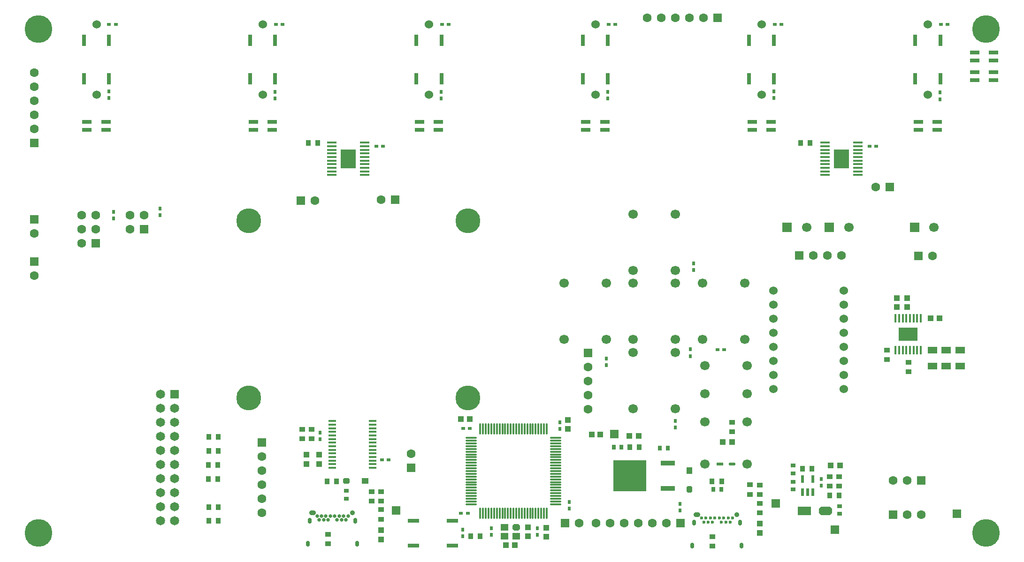
<source format=gbr>
%TF.GenerationSoftware,Altium Limited,Altium NEXUS,2.1.9 (83)*%
G04 Layer_Color=255*
%FSLAX44Y44*%
%MOMM*%
%TF.FileFunction,Pads,Top*%
%TF.Part,Single*%
G01*
G75*
%TA.AperFunction,SMDPad,CuDef*%
%ADD10R,1.8000X0.7500*%
%ADD11R,0.8000X2.0000*%
%ADD12R,0.9000X1.0000*%
%ADD13O,0.3000X2.1000*%
%ADD14O,2.1000X0.3000*%
%ADD15R,1.0000X1.0000*%
%ADD16R,2.0000X0.8000*%
%ADD17R,0.6000X0.8000*%
G04:AMPARAMS|DCode=18|XSize=1.4mm|YSize=1.15mm|CornerRadius=0mm|HoleSize=0mm|Usage=FLASHONLY|Rotation=0.000|XOffset=0mm|YOffset=0mm|HoleType=Round|Shape=Octagon|*
%AMOCTAGOND18*
4,1,8,0.7000,-0.2875,0.7000,0.2875,0.4125,0.5750,-0.4125,0.5750,-0.7000,0.2875,-0.7000,-0.2875,-0.4125,-0.5750,0.4125,-0.5750,0.7000,-0.2875,0.0*
%
%ADD18OCTAGOND18*%

%ADD19R,1.4000X1.1500*%
%ADD20R,1.0000X1.0000*%
%ADD21R,0.8000X0.6000*%
%ADD22R,1.3970X0.3480*%
%ADD23R,1.0000X1.1000*%
%ADD24R,1.0000X0.9000*%
%ADD25R,1.2500X0.5300*%
G04:AMPARAMS|DCode=26|XSize=0.53mm|YSize=1.25mm|CornerRadius=0mm|HoleSize=0mm|Usage=FLASHONLY|Rotation=270.000|XOffset=0mm|YOffset=0mm|HoleType=Round|Shape=Octagon|*
%AMOCTAGOND26*
4,1,8,0.6250,0.1325,0.6250,-0.1325,0.4925,-0.2650,-0.4925,-0.2650,-0.6250,-0.1325,-0.6250,0.1325,-0.4925,0.2650,0.4925,0.2650,0.6250,0.1325,0.0*
%
%ADD26OCTAGOND26*%

%ADD27R,0.9000X0.8000*%
%ADD28R,1.2200X1.0000*%
G04:AMPARAMS|DCode=29|XSize=1mm|YSize=1.22mm|CornerRadius=0mm|HoleSize=0mm|Usage=FLASHONLY|Rotation=90.000|XOffset=0mm|YOffset=0mm|HoleType=Round|Shape=Octagon|*
%AMOCTAGOND29*
4,1,8,-0.6100,-0.2500,-0.6100,0.2500,-0.3600,0.5000,0.3600,0.5000,0.6100,0.2500,0.6100,-0.2500,0.3600,-0.5000,-0.3600,-0.5000,-0.6100,-0.2500,0.0*
%
%ADD29OCTAGOND29*%

%ADD30R,1.1000X1.0000*%
%ADD31R,1.0000X1.2200*%
G04:AMPARAMS|DCode=32|XSize=1mm|YSize=1.22mm|CornerRadius=0mm|HoleSize=0mm|Usage=FLASHONLY|Rotation=180.000|XOffset=0mm|YOffset=0mm|HoleType=Round|Shape=Octagon|*
%AMOCTAGOND32*
4,1,8,0.2500,-0.6100,-0.2500,-0.6100,-0.5000,-0.3600,-0.5000,0.3600,-0.2500,0.6100,0.2500,0.6100,0.5000,0.3600,0.5000,-0.3600,0.2500,-0.6100,0.0*
%
%ADD32OCTAGOND32*%

%ADD33R,2.4000X1.5500*%
G04:AMPARAMS|DCode=34|XSize=1.55mm|YSize=2.4mm|CornerRadius=0mm|HoleSize=0mm|Usage=FLASHONLY|Rotation=270.000|XOffset=0mm|YOffset=0mm|HoleType=Round|Shape=Octagon|*
%AMOCTAGOND34*
4,1,8,1.2000,0.3875,1.2000,-0.3875,0.8125,-0.7750,-0.8125,-0.7750,-1.2000,-0.3875,-1.2000,0.3875,-0.8125,0.7750,0.8125,0.7750,1.2000,0.3875,0.0*
%
%ADD34OCTAGOND34*%

%ADD35R,2.5900X0.9500*%
%ADD36R,5.9400X5.6300*%
%ADD37R,0.5900X1.3700*%
%ADD38R,0.8000X0.9000*%
%ADD39R,3.4000X2.4800*%
%ADD40R,0.4100X1.5700*%
%ADD41R,1.8000X1.3000*%
%ADD42R,1.7780X0.3556*%
%ADD43R,2.7500X3.4300*%
%TA.AperFunction,ViaPad*%
%ADD50C,5.0000*%
%TA.AperFunction,ComponentPad*%
%ADD51C,1.5240*%
%ADD52C,1.7000*%
%ADD53R,1.7000X1.7000*%
%ADD54R,1.6500X1.6500*%
%ADD55C,1.6500*%
%ADD56C,0.6000*%
%ADD57O,0.7500X1.0500*%
%ADD58C,0.9000*%
%ADD59O,1.2000X0.9000*%
%ADD60C,0.6500*%
%ADD61C,1.6000*%
%ADD62R,1.6000X1.6000*%
%ADD63R,1.6000X1.6000*%
%ADD64C,4.5000*%
D10*
X1367018Y787366D02*
D03*
X1333018D02*
D03*
X1367018Y772866D02*
D03*
X1333018D02*
D03*
X167018Y787366D02*
D03*
X133018D02*
D03*
X167018Y772866D02*
D03*
X133018D02*
D03*
X1667018Y787366D02*
D03*
X1633018D02*
D03*
X1667018Y772866D02*
D03*
X1633018D02*
D03*
X467018Y787366D02*
D03*
X433018D02*
D03*
X467018Y772866D02*
D03*
X433018D02*
D03*
X1768518Y877116D02*
D03*
X1734518D02*
D03*
X1768518Y862616D02*
D03*
X1734518D02*
D03*
X767018Y787366D02*
D03*
X733018D02*
D03*
X767018Y772866D02*
D03*
X733018D02*
D03*
X1768518Y913116D02*
D03*
X1734518D02*
D03*
X1768518Y898616D02*
D03*
X1734518D02*
D03*
X1067018Y787366D02*
D03*
X1033018D02*
D03*
X1067018Y772866D02*
D03*
X1033018D02*
D03*
D11*
X172352Y864948D02*
D03*
X127352D02*
D03*
Y934948D02*
D03*
X172352D02*
D03*
X472352Y864948D02*
D03*
X427352D02*
D03*
Y934948D02*
D03*
X472352D02*
D03*
X772352Y864948D02*
D03*
X727352D02*
D03*
Y934948D02*
D03*
X772352D02*
D03*
X1072352Y864948D02*
D03*
X1027352D02*
D03*
Y934948D02*
D03*
X1072352D02*
D03*
X1372352Y864948D02*
D03*
X1327352D02*
D03*
Y934948D02*
D03*
X1372352D02*
D03*
X1672352Y864948D02*
D03*
X1627352D02*
D03*
Y934948D02*
D03*
X1672352D02*
D03*
D12*
X842250Y38750D02*
D03*
X825250D02*
D03*
X352500Y218750D02*
D03*
X369500D02*
D03*
X352250Y168000D02*
D03*
X369250D02*
D03*
X352250Y142250D02*
D03*
X369250D02*
D03*
X369500Y66750D02*
D03*
X352500D02*
D03*
X369750Y91750D02*
D03*
X352750D02*
D03*
X369500Y193000D02*
D03*
X352500D02*
D03*
X583250Y137850D02*
D03*
X566250D02*
D03*
X1128970Y200110D02*
D03*
X1111970D02*
D03*
X1423500Y161000D02*
D03*
X1440500D02*
D03*
X1490250Y112750D02*
D03*
X1473250D02*
D03*
X1277750Y138250D02*
D03*
X1260750D02*
D03*
X1420750Y749750D02*
D03*
X1437750D02*
D03*
X532250D02*
D03*
X549250D02*
D03*
D13*
X842370Y80740D02*
D03*
X847370D02*
D03*
X852370D02*
D03*
X857370D02*
D03*
X862370D02*
D03*
X867370D02*
D03*
X872370D02*
D03*
X877370D02*
D03*
X882370D02*
D03*
X887370D02*
D03*
X892370D02*
D03*
X897370D02*
D03*
X902370D02*
D03*
X907370D02*
D03*
X912370D02*
D03*
X917370D02*
D03*
X922370D02*
D03*
X927370D02*
D03*
X932370D02*
D03*
X937370D02*
D03*
X942370D02*
D03*
X947370D02*
D03*
X952370D02*
D03*
X957370D02*
D03*
X962370D02*
D03*
Y232740D02*
D03*
X957370D02*
D03*
X952370D02*
D03*
X947370D02*
D03*
X942370D02*
D03*
X937370D02*
D03*
X932370D02*
D03*
X927370D02*
D03*
X922370D02*
D03*
X917370D02*
D03*
X912370D02*
D03*
X907370D02*
D03*
X902370D02*
D03*
X897370D02*
D03*
X892370D02*
D03*
X887370D02*
D03*
X882370D02*
D03*
X877370D02*
D03*
X872370D02*
D03*
X867370D02*
D03*
X862370D02*
D03*
X857370D02*
D03*
X852370D02*
D03*
X847370D02*
D03*
X842370D02*
D03*
D14*
X978370Y96740D02*
D03*
Y101740D02*
D03*
Y106740D02*
D03*
Y111740D02*
D03*
Y116740D02*
D03*
Y121740D02*
D03*
Y126740D02*
D03*
Y131740D02*
D03*
Y136740D02*
D03*
Y141740D02*
D03*
Y146740D02*
D03*
Y151740D02*
D03*
Y156740D02*
D03*
Y161740D02*
D03*
Y166740D02*
D03*
Y171740D02*
D03*
Y176740D02*
D03*
Y181740D02*
D03*
Y186740D02*
D03*
Y191740D02*
D03*
Y196740D02*
D03*
Y201740D02*
D03*
Y206740D02*
D03*
Y211740D02*
D03*
Y216740D02*
D03*
X826370D02*
D03*
Y211740D02*
D03*
Y206740D02*
D03*
Y201740D02*
D03*
Y196740D02*
D03*
Y191740D02*
D03*
Y186740D02*
D03*
Y181740D02*
D03*
Y176740D02*
D03*
Y171740D02*
D03*
Y166740D02*
D03*
Y161740D02*
D03*
Y156740D02*
D03*
Y151740D02*
D03*
Y146740D02*
D03*
Y141740D02*
D03*
Y136740D02*
D03*
Y131740D02*
D03*
Y126740D02*
D03*
Y121740D02*
D03*
Y116740D02*
D03*
Y111740D02*
D03*
Y106740D02*
D03*
Y101740D02*
D03*
Y96740D02*
D03*
D15*
X1043250Y222500D02*
D03*
X1059250D02*
D03*
X823750Y250500D02*
D03*
X807750D02*
D03*
X889000Y23000D02*
D03*
X905000D02*
D03*
X1654750Y432750D02*
D03*
X1670750D02*
D03*
D16*
X792000Y22000D02*
D03*
Y67000D02*
D03*
X722000D02*
D03*
Y22000D02*
D03*
D17*
X810500Y50750D02*
D03*
Y38750D02*
D03*
X985750Y244750D02*
D03*
Y232750D02*
D03*
X1003000Y88750D02*
D03*
Y100750D02*
D03*
X945750Y41750D02*
D03*
Y53750D02*
D03*
X862500Y53750D02*
D03*
Y41750D02*
D03*
X553500Y226500D02*
D03*
Y214500D02*
D03*
X1457500Y130500D02*
D03*
Y142500D02*
D03*
X1203000Y85250D02*
D03*
Y97250D02*
D03*
X180900Y625150D02*
D03*
Y613150D02*
D03*
X264500Y631250D02*
D03*
Y619250D02*
D03*
X1227000Y531500D02*
D03*
Y519500D02*
D03*
X1069500Y348000D02*
D03*
Y360000D02*
D03*
X1194500Y235500D02*
D03*
Y247500D02*
D03*
X1221250Y364500D02*
D03*
Y376500D02*
D03*
X172250Y830250D02*
D03*
Y842250D02*
D03*
X472500Y829750D02*
D03*
Y841750D02*
D03*
X772250Y829750D02*
D03*
Y841750D02*
D03*
X1072250Y829750D02*
D03*
Y841750D02*
D03*
X1372250Y830500D02*
D03*
Y842500D02*
D03*
X1672250Y828500D02*
D03*
Y840500D02*
D03*
D18*
X907750Y55250D02*
D03*
D19*
X885750Y39250D02*
D03*
X907750D02*
D03*
X885750Y55250D02*
D03*
D20*
X928500Y55000D02*
D03*
Y39000D02*
D03*
X1000500Y233000D02*
D03*
Y249000D02*
D03*
X961500Y54250D02*
D03*
Y38250D02*
D03*
X1594000Y452750D02*
D03*
Y468750D02*
D03*
X1613000Y452750D02*
D03*
Y468750D02*
D03*
D21*
X807750Y80750D02*
D03*
X819750D02*
D03*
X811750Y233750D02*
D03*
X823750D02*
D03*
X677250Y177000D02*
D03*
X665250D02*
D03*
X184750Y963500D02*
D03*
X172750D02*
D03*
X486000D02*
D03*
X474000D02*
D03*
X785750D02*
D03*
X773750D02*
D03*
X1086250Y963750D02*
D03*
X1074250D02*
D03*
X1385500D02*
D03*
X1373500D02*
D03*
X1685500Y963500D02*
D03*
X1673500D02*
D03*
X666750Y743500D02*
D03*
X654750D02*
D03*
X1556750D02*
D03*
X1544750D02*
D03*
X1270250Y375750D02*
D03*
X1282250D02*
D03*
D22*
X575440Y162600D02*
D03*
Y169100D02*
D03*
Y175600D02*
D03*
Y182100D02*
D03*
Y188600D02*
D03*
Y195100D02*
D03*
Y201600D02*
D03*
Y214600D02*
D03*
Y208100D02*
D03*
Y221100D02*
D03*
Y227600D02*
D03*
Y234100D02*
D03*
Y240600D02*
D03*
Y247100D02*
D03*
X648560Y162600D02*
D03*
Y169100D02*
D03*
Y175600D02*
D03*
Y182100D02*
D03*
Y188600D02*
D03*
Y195100D02*
D03*
Y201600D02*
D03*
Y208100D02*
D03*
Y214600D02*
D03*
Y221100D02*
D03*
Y227600D02*
D03*
Y234100D02*
D03*
Y240600D02*
D03*
Y247100D02*
D03*
D23*
X551500Y169350D02*
D03*
Y186350D02*
D03*
X528750Y169350D02*
D03*
Y186350D02*
D03*
X1346750Y61750D02*
D03*
Y44750D02*
D03*
X663500Y49750D02*
D03*
Y32750D02*
D03*
D24*
X538500Y231850D02*
D03*
Y214850D02*
D03*
X521500Y231850D02*
D03*
Y214850D02*
D03*
X1346750Y81250D02*
D03*
Y98250D02*
D03*
X663500Y69850D02*
D03*
Y86850D02*
D03*
Y119850D02*
D03*
Y102850D02*
D03*
X1346500Y114500D02*
D03*
Y131500D02*
D03*
X1296500Y228000D02*
D03*
Y245000D02*
D03*
X1328750Y114750D02*
D03*
Y131750D02*
D03*
X646500Y102850D02*
D03*
Y119850D02*
D03*
X567750Y42500D02*
D03*
Y25500D02*
D03*
X1490250Y146750D02*
D03*
Y129750D02*
D03*
X1473250D02*
D03*
Y146750D02*
D03*
X1261500Y38500D02*
D03*
Y21500D02*
D03*
X1614750Y353500D02*
D03*
Y336500D02*
D03*
X1576000Y375250D02*
D03*
Y358250D02*
D03*
D25*
X1275070Y169250D02*
D03*
D26*
X1296660D02*
D03*
D27*
X601000Y107000D02*
D03*
Y121000D02*
D03*
X1407250Y137500D02*
D03*
Y123500D02*
D03*
X1490500Y79500D02*
D03*
Y93500D02*
D03*
X1407000Y166750D02*
D03*
Y152750D02*
D03*
D28*
X634561Y139000D02*
D03*
D29*
X600939D02*
D03*
D30*
X1297210Y208790D02*
D03*
X1280210D02*
D03*
X1128470Y220610D02*
D03*
X1111470D02*
D03*
X1491500Y166500D02*
D03*
X1474500D02*
D03*
D31*
X1219500Y157561D02*
D03*
D32*
Y123939D02*
D03*
D33*
X1427250Y85000D02*
D03*
D34*
X1465250D02*
D03*
D35*
X1180500Y171360D02*
D03*
Y125640D02*
D03*
D36*
X1112000Y148500D02*
D03*
D37*
X1423500Y119000D02*
D03*
X1433000D02*
D03*
X1442500D02*
D03*
Y142500D02*
D03*
X1423500D02*
D03*
D38*
X1083220Y200110D02*
D03*
X1097220D02*
D03*
X1166470Y198360D02*
D03*
X1180470D02*
D03*
X1263000Y123500D02*
D03*
X1277000D02*
D03*
D39*
X1614500Y404000D02*
D03*
D40*
X1591750Y432700D02*
D03*
X1598250D02*
D03*
X1604750D02*
D03*
X1611250D02*
D03*
X1617750D02*
D03*
X1624250D02*
D03*
X1630750D02*
D03*
X1637250D02*
D03*
Y375300D02*
D03*
X1630750D02*
D03*
X1624250D02*
D03*
X1617750D02*
D03*
X1611250D02*
D03*
X1604750D02*
D03*
X1598250D02*
D03*
X1591750D02*
D03*
D41*
X1658000Y375250D02*
D03*
Y346250D02*
D03*
X1682750Y375250D02*
D03*
Y346250D02*
D03*
X1708000Y375250D02*
D03*
Y346250D02*
D03*
D42*
X1464282Y750001D02*
D03*
Y743500D02*
D03*
Y737000D02*
D03*
Y730500D02*
D03*
Y724000D02*
D03*
Y717500D02*
D03*
Y711000D02*
D03*
Y704500D02*
D03*
Y698000D02*
D03*
Y691499D02*
D03*
X1523718D02*
D03*
Y698000D02*
D03*
Y704500D02*
D03*
Y711000D02*
D03*
Y717500D02*
D03*
Y724000D02*
D03*
Y730500D02*
D03*
Y737000D02*
D03*
Y743500D02*
D03*
Y750001D02*
D03*
X574500D02*
D03*
Y743500D02*
D03*
Y737000D02*
D03*
Y730500D02*
D03*
Y724000D02*
D03*
Y717500D02*
D03*
Y711000D02*
D03*
Y704500D02*
D03*
Y698000D02*
D03*
Y691499D02*
D03*
X633936D02*
D03*
Y698000D02*
D03*
Y704500D02*
D03*
Y711000D02*
D03*
Y717500D02*
D03*
Y724000D02*
D03*
Y730500D02*
D03*
Y737000D02*
D03*
Y743500D02*
D03*
Y750001D02*
D03*
D43*
X1494000Y720750D02*
D03*
X604218D02*
D03*
D50*
X45000Y955000D02*
D03*
X1755000D02*
D03*
Y45000D02*
D03*
X45000D02*
D03*
D51*
X1650000Y963500D02*
D03*
Y836500D02*
D03*
X1350000Y963500D02*
D03*
Y836500D02*
D03*
X1050000Y963500D02*
D03*
Y836500D02*
D03*
X750000Y963500D02*
D03*
Y836500D02*
D03*
X450000Y963500D02*
D03*
Y836500D02*
D03*
X150000Y963500D02*
D03*
Y836500D02*
D03*
X1371500Y482950D02*
D03*
Y457550D02*
D03*
Y432150D02*
D03*
Y406750D02*
D03*
Y381350D02*
D03*
Y355950D02*
D03*
Y330550D02*
D03*
Y305150D02*
D03*
X1498500Y482950D02*
D03*
Y457550D02*
D03*
Y432150D02*
D03*
Y406750D02*
D03*
Y381350D02*
D03*
Y355950D02*
D03*
Y330550D02*
D03*
Y305150D02*
D03*
D52*
X1661000Y597250D02*
D03*
X1507250D02*
D03*
X1431250D02*
D03*
X1194600Y496050D02*
D03*
Y394450D02*
D03*
X1118400Y496050D02*
D03*
Y394450D02*
D03*
X1194600Y621050D02*
D03*
Y519450D02*
D03*
X1118400Y621050D02*
D03*
Y519450D02*
D03*
X1194600Y371050D02*
D03*
Y269450D02*
D03*
X1118400Y371050D02*
D03*
Y269450D02*
D03*
X1069600Y496050D02*
D03*
Y394450D02*
D03*
X993400Y496050D02*
D03*
Y394450D02*
D03*
X1319600Y496050D02*
D03*
Y394450D02*
D03*
X1243400Y496050D02*
D03*
Y394450D02*
D03*
X1247500Y346800D02*
D03*
Y296000D02*
D03*
X1323700Y346800D02*
D03*
Y296000D02*
D03*
Y245200D02*
D03*
X1247500D02*
D03*
X1323700Y169000D02*
D03*
X1247500D02*
D03*
D53*
X1626000Y597250D02*
D03*
X1472250D02*
D03*
X1396250D02*
D03*
D54*
X290671Y295140D02*
D03*
D55*
X265271D02*
D03*
X290671Y269740D02*
D03*
X265271D02*
D03*
X290671Y244340D02*
D03*
X265271D02*
D03*
X290671Y218940D02*
D03*
X265271D02*
D03*
X290671Y193540D02*
D03*
X265271D02*
D03*
X290671Y168140D02*
D03*
X265271D02*
D03*
X290671Y142740D02*
D03*
X265271D02*
D03*
X290671Y117340D02*
D03*
X265271D02*
D03*
X290671Y91940D02*
D03*
X265271D02*
D03*
X290671Y66540D02*
D03*
X265271D02*
D03*
D56*
X1297610Y71780D02*
D03*
X1289610D02*
D03*
X1281610D02*
D03*
X1273610D02*
D03*
X1265610D02*
D03*
X1257610D02*
D03*
X1249610D02*
D03*
X1241610D02*
D03*
X1293610Y64780D02*
D03*
X1285610D02*
D03*
X1277610D02*
D03*
X1261610D02*
D03*
X1253610D02*
D03*
X1245610D02*
D03*
D57*
X1310910Y63380D02*
D03*
X1228310D02*
D03*
X1225110Y21880D02*
D03*
X1314110D02*
D03*
X617300Y67100D02*
D03*
X534700D02*
D03*
X531500Y25600D02*
D03*
X620500D02*
D03*
D58*
X1305610Y77780D02*
D03*
X612000Y81500D02*
D03*
D59*
X1233610Y77780D02*
D03*
X540000Y81500D02*
D03*
D60*
X604000Y75500D02*
D03*
X596000D02*
D03*
X588000D02*
D03*
X580000D02*
D03*
X572000D02*
D03*
X564000D02*
D03*
X556000D02*
D03*
X548000D02*
D03*
X600000Y68500D02*
D03*
X592000D02*
D03*
X584000D02*
D03*
X568000D02*
D03*
X560000D02*
D03*
X552000D02*
D03*
D61*
X1050900Y62500D02*
D03*
X1076300D02*
D03*
X1101700D02*
D03*
X1127100D02*
D03*
X1177900D02*
D03*
X1152500D02*
D03*
X1021000Y62750D02*
D03*
X37750Y510050D02*
D03*
X448250Y183300D02*
D03*
Y157900D02*
D03*
Y132500D02*
D03*
Y107100D02*
D03*
Y81700D02*
D03*
X37750Y586250D02*
D03*
X717750Y188000D02*
D03*
X1244800Y975750D02*
D03*
X1219400D02*
D03*
X1194000D02*
D03*
X1168600D02*
D03*
X1143200D02*
D03*
X1657900Y545500D02*
D03*
X1494050Y546250D02*
D03*
X1468650D02*
D03*
X1443250D02*
D03*
X1612750Y139500D02*
D03*
X1587350D02*
D03*
X1612500Y77750D02*
D03*
X1637900D02*
D03*
X1555850Y670000D02*
D03*
X663350Y646500D02*
D03*
X544000Y645250D02*
D03*
X123600Y618900D02*
D03*
X149000D02*
D03*
X123600Y593500D02*
D03*
X149000D02*
D03*
X123600Y568100D02*
D03*
X210850Y593750D02*
D03*
X236250Y619150D02*
D03*
X210850D02*
D03*
X37750Y774750D02*
D03*
Y800150D02*
D03*
Y825550D02*
D03*
Y850950D02*
D03*
Y876350D02*
D03*
X1036500Y345000D02*
D03*
Y319600D02*
D03*
Y294200D02*
D03*
Y268800D02*
D03*
D62*
X1203300Y62500D02*
D03*
X995600Y62750D02*
D03*
X1702250Y79250D02*
D03*
X1270200Y975750D02*
D03*
X1375750Y98250D02*
D03*
X690250Y85600D02*
D03*
X1632500Y545500D02*
D03*
X1417850Y546250D02*
D03*
X1638150Y139500D02*
D03*
X1587100Y77750D02*
D03*
X1581250Y670000D02*
D03*
X688750Y646500D02*
D03*
X518600Y645250D02*
D03*
D63*
X37750Y535450D02*
D03*
X448250Y208700D02*
D03*
X37750Y611650D02*
D03*
X717750Y162600D02*
D03*
X1482500Y51000D02*
D03*
X1084250Y224000D02*
D03*
X149000Y568100D02*
D03*
X236250Y593750D02*
D03*
X37750Y749350D02*
D03*
X1036500Y370400D02*
D03*
D64*
X425000Y288500D02*
D03*
X820300D02*
D03*
X820000Y608500D02*
D03*
X425000D02*
D03*
%TF.MD5,631793b98251c64577b83990d8bf930b*%
M02*

</source>
